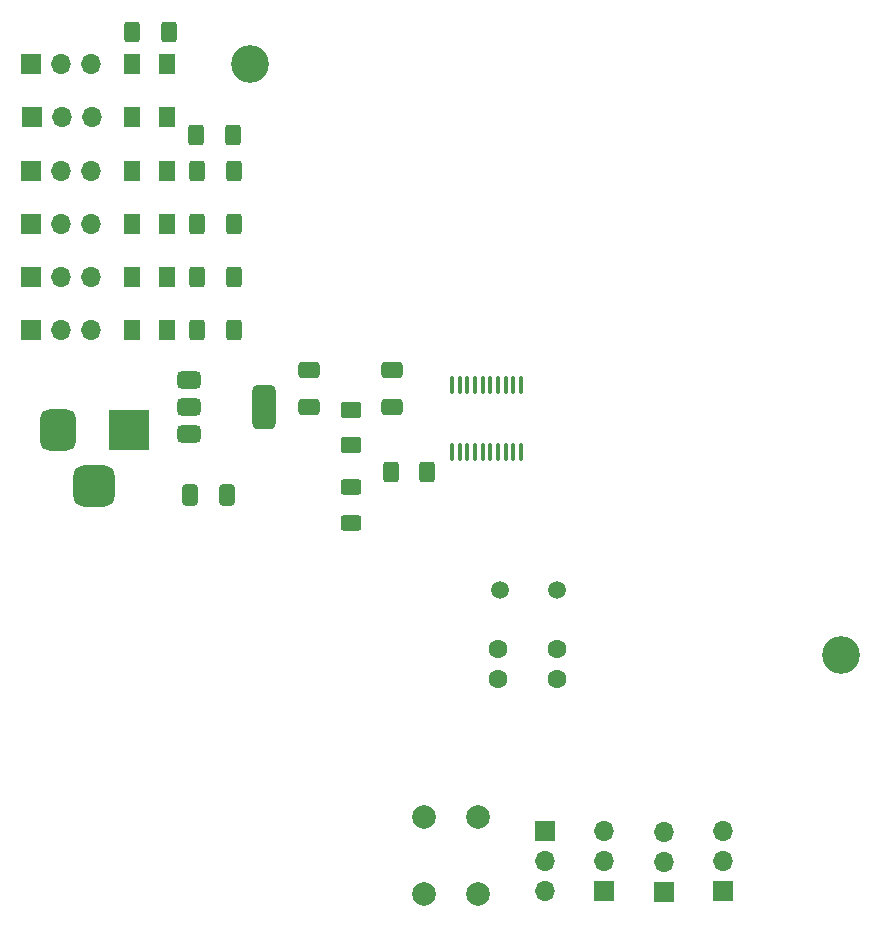
<source format=gbr>
%TF.GenerationSoftware,KiCad,Pcbnew,8.0.6*%
%TF.CreationDate,2025-01-24T14:08:05+11:00*%
%TF.ProjectId,STM32F070F6P6-Robot-Arm-2,53544d33-3246-4303-9730-463650362d52,rev?*%
%TF.SameCoordinates,Original*%
%TF.FileFunction,Soldermask,Top*%
%TF.FilePolarity,Negative*%
%FSLAX46Y46*%
G04 Gerber Fmt 4.6, Leading zero omitted, Abs format (unit mm)*
G04 Created by KiCad (PCBNEW 8.0.6) date 2025-01-24 14:08:05*
%MOMM*%
%LPD*%
G01*
G04 APERTURE LIST*
G04 Aperture macros list*
%AMRoundRect*
0 Rectangle with rounded corners*
0 $1 Rounding radius*
0 $2 $3 $4 $5 $6 $7 $8 $9 X,Y pos of 4 corners*
0 Add a 4 corners polygon primitive as box body*
4,1,4,$2,$3,$4,$5,$6,$7,$8,$9,$2,$3,0*
0 Add four circle primitives for the rounded corners*
1,1,$1+$1,$2,$3*
1,1,$1+$1,$4,$5*
1,1,$1+$1,$6,$7*
1,1,$1+$1,$8,$9*
0 Add four rect primitives between the rounded corners*
20,1,$1+$1,$2,$3,$4,$5,0*
20,1,$1+$1,$4,$5,$6,$7,0*
20,1,$1+$1,$6,$7,$8,$9,0*
20,1,$1+$1,$8,$9,$2,$3,0*%
G04 Aperture macros list end*
%ADD10C,3.200000*%
%ADD11RoundRect,0.250001X0.462499X0.624999X-0.462499X0.624999X-0.462499X-0.624999X0.462499X-0.624999X0*%
%ADD12R,1.700000X1.700000*%
%ADD13O,1.700000X1.700000*%
%ADD14R,3.500000X3.500000*%
%ADD15RoundRect,0.750000X-0.750000X-1.000000X0.750000X-1.000000X0.750000X1.000000X-0.750000X1.000000X0*%
%ADD16RoundRect,0.875000X-0.875000X-0.875000X0.875000X-0.875000X0.875000X0.875000X-0.875000X0.875000X0*%
%ADD17RoundRect,0.250000X0.400000X0.625000X-0.400000X0.625000X-0.400000X-0.625000X0.400000X-0.625000X0*%
%ADD18C,1.500000*%
%ADD19RoundRect,0.250000X-0.625000X0.400000X-0.625000X-0.400000X0.625000X-0.400000X0.625000X0.400000X0*%
%ADD20RoundRect,0.250000X0.650000X-0.412500X0.650000X0.412500X-0.650000X0.412500X-0.650000X-0.412500X0*%
%ADD21RoundRect,0.250000X-0.400000X-0.625000X0.400000X-0.625000X0.400000X0.625000X-0.400000X0.625000X0*%
%ADD22RoundRect,0.250001X0.624999X-0.462499X0.624999X0.462499X-0.624999X0.462499X-0.624999X-0.462499X0*%
%ADD23C,1.600000*%
%ADD24C,2.000000*%
%ADD25RoundRect,0.375000X-0.625000X-0.375000X0.625000X-0.375000X0.625000X0.375000X-0.625000X0.375000X0*%
%ADD26RoundRect,0.500000X-0.500000X-1.400000X0.500000X-1.400000X0.500000X1.400000X-0.500000X1.400000X0*%
%ADD27RoundRect,0.250000X-0.412500X-0.650000X0.412500X-0.650000X0.412500X0.650000X-0.412500X0.650000X0*%
%ADD28RoundRect,0.100000X0.100000X-0.637500X0.100000X0.637500X-0.100000X0.637500X-0.100000X-0.637500X0*%
G04 APERTURE END LIST*
D10*
%TO.C,H2*%
X125000000Y-100000000D03*
%TD*%
D11*
%TO.C,T3C4_LED1*%
X68000000Y-63500000D03*
X65025000Y-63500000D03*
%TD*%
D12*
%TO.C,TIM3_CH1*%
X56500000Y-54500000D03*
D13*
X59040000Y-54500000D03*
X61580000Y-54500000D03*
%TD*%
D14*
%TO.C,J10*%
X64750000Y-81000000D03*
D15*
X58750000Y-81000000D03*
D16*
X61750000Y-85700000D03*
%TD*%
D17*
%TO.C,R1_1k6*%
X73600000Y-72500000D03*
X70500000Y-72500000D03*
%TD*%
D11*
%TO.C,T3C1_LED1*%
X67987500Y-54500000D03*
X65012500Y-54500000D03*
%TD*%
D17*
%TO.C,R1_1k4*%
X73600000Y-59000000D03*
X70500000Y-59000000D03*
%TD*%
D18*
%TO.C,Y1*%
X101000000Y-94500000D03*
X96120000Y-94500000D03*
%TD*%
D12*
%TO.C,TIM1_CH3*%
X56460000Y-72500000D03*
D13*
X59000000Y-72500000D03*
X61540000Y-72500000D03*
%TD*%
D12*
%TO.C,J7*%
X100000000Y-114920000D03*
D13*
X100000000Y-117460000D03*
X100000000Y-120000000D03*
%TD*%
D19*
%TO.C,R1_1k1*%
X83500000Y-85750000D03*
X83500000Y-88850000D03*
%TD*%
D11*
%TO.C,T1C3_LED1*%
X68000000Y-72500000D03*
X65025000Y-72500000D03*
%TD*%
D20*
%TO.C,C1_100n1*%
X87000000Y-79000000D03*
X87000000Y-75875000D03*
%TD*%
D21*
%TO.C,R1_1k2*%
X65000000Y-47250000D03*
X68100000Y-47250000D03*
%TD*%
%TO.C,R2_1k1*%
X86900000Y-84500000D03*
X90000000Y-84500000D03*
%TD*%
D12*
%TO.C,TIM1_CH2*%
X56460000Y-68000000D03*
D13*
X59000000Y-68000000D03*
X61540000Y-68000000D03*
%TD*%
D12*
%TO.C,J6*%
X110000000Y-120040000D03*
D13*
X110000000Y-117500000D03*
X110000000Y-114960000D03*
%TD*%
D22*
%TO.C,PWR_LED1*%
X83500000Y-82225000D03*
X83500000Y-79250000D03*
%TD*%
D17*
%TO.C,R1_1k7*%
X73600000Y-63500000D03*
X70500000Y-63500000D03*
%TD*%
D23*
%TO.C,C4_10p1*%
X96000000Y-99500000D03*
X96000000Y-102000000D03*
%TD*%
D24*
%TO.C,RESET1*%
X89750000Y-120250000D03*
X89750000Y-113750000D03*
X94250000Y-120250000D03*
X94250000Y-113750000D03*
%TD*%
D25*
%TO.C,U2_AMS1117-3.3*%
X69850000Y-76700000D03*
X69850000Y-79000000D03*
D26*
X76150000Y-79000000D03*
D25*
X69850000Y-81300000D03*
%TD*%
D23*
%TO.C,C5_10p1*%
X101000000Y-99500000D03*
X101000000Y-102000000D03*
%TD*%
D12*
%TO.C,TIM14_CH1*%
X56475000Y-50000000D03*
D13*
X59015000Y-50000000D03*
X61555000Y-50000000D03*
%TD*%
D12*
%TO.C,TIM3_CH2*%
X56445000Y-59000000D03*
D13*
X58985000Y-59000000D03*
X61525000Y-59000000D03*
%TD*%
D12*
%TO.C,TIM3_CH4*%
X56475000Y-63500000D03*
D13*
X59015000Y-63500000D03*
X61555000Y-63500000D03*
%TD*%
D17*
%TO.C,R1_1k3*%
X73550000Y-56000000D03*
X70450000Y-56000000D03*
%TD*%
D11*
%TO.C,T3C2_LED1*%
X68000000Y-59000000D03*
X65025000Y-59000000D03*
%TD*%
D20*
%TO.C,C3_22u1*%
X80000000Y-79000000D03*
X80000000Y-75875000D03*
%TD*%
D17*
%TO.C,R1_1k5*%
X73600000Y-68000000D03*
X70500000Y-68000000D03*
%TD*%
D10*
%TO.C,H1*%
X75000000Y-50000000D03*
%TD*%
D11*
%TO.C,T1C2_LED1*%
X68000000Y-68000000D03*
X65025000Y-68000000D03*
%TD*%
D12*
%TO.C,J8*%
X115000000Y-120025000D03*
D13*
X115000000Y-117485000D03*
X115000000Y-114945000D03*
%TD*%
D27*
%TO.C,C2_22u1*%
X69937500Y-86500000D03*
X73062500Y-86500000D03*
%TD*%
D12*
%TO.C,J9*%
X105000000Y-120000000D03*
D13*
X105000000Y-117460000D03*
X105000000Y-114920000D03*
%TD*%
D11*
%TO.C,T14C1_LED1*%
X68000000Y-50000000D03*
X65025000Y-50000000D03*
%TD*%
D28*
%TO.C,U1*%
X92075000Y-82862500D03*
X92725000Y-82862500D03*
X93375000Y-82862500D03*
X94025000Y-82862500D03*
X94675000Y-82862500D03*
X95325000Y-82862500D03*
X95975000Y-82862500D03*
X96625000Y-82862500D03*
X97275000Y-82862500D03*
X97925000Y-82862500D03*
X97925000Y-77137500D03*
X97275000Y-77137500D03*
X96625000Y-77137500D03*
X95975000Y-77137500D03*
X95325000Y-77137500D03*
X94675000Y-77137500D03*
X94025000Y-77137500D03*
X93375000Y-77137500D03*
X92725000Y-77137500D03*
X92075000Y-77137500D03*
%TD*%
M02*

</source>
